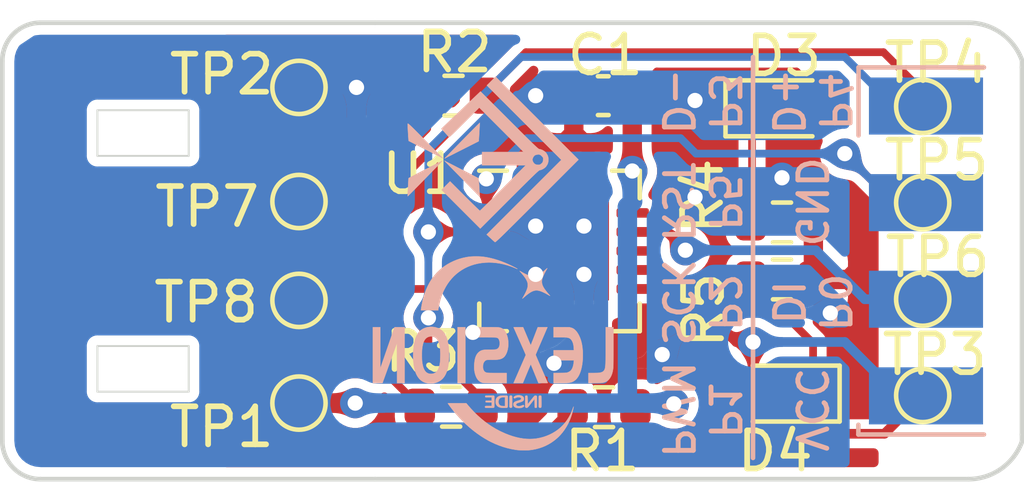
<source format=kicad_pcb>
(kicad_pcb (version 20171130) (host pcbnew "(5.1.9)-1")
  (title_block (title PCB_DigiSpark_MU_M) (rev V1.0) (company LEXSION.COM))
  (layers (0 F.Cu signal) (31 B.Cu signal) (34 B.Paste user) (35 F.Paste user) (36 B.SilkS user) (37 F.SilkS user) (38 B.Mask user) (39 F.Mask user) (44 Edge.Cuts user))
  (net 0 "")
  (net 1 GND)
  (net 2 +5V)
  (net 3 /C_D-)
  (net 4 /C_D+)
  (net 5 "Net-(D3-Pad1)")
  (net 6 /MISO)
  (net 7 "Net-(D4-Pad1)")
  (net 8 /USB_D+)
  (net 9 /MOSI)
  (net 10 /SCK)
  (net 11 /RST)
  (net 12 /USB_D-)
  (net 13 "Net-(TP6-Pad1)")
  (net 14 "Net-(U1-Pad20)")
  (net 15 "Net-(U1-Pad19)")
  (net 16 "Net-(U1-Pad18)")
  (net 17 "Net-(U1-Pad17)")
  (net 18 "Net-(U1-Pad16)")
  (net 19 "Net-(U1-Pad13)")
  (net 20 "Net-(U1-Pad10)")
  (net 21 "Net-(U1-Pad9)")
  (net 22 "Net-(U1-Pad7)")
  (net 23 "Net-(U1-Pad6)")
  (net 24 "Net-(U1-Pad4)")
  (net 25 "Net-(U1-Pad3)")
  (module LOGO:LexsionInside (layer B.Cu) (at 119.2 41.1 180)
    (fp_text reference G*** hide)
    (fp_text value LOGO hide)
  )
  (module LOGO:LOGO (layer B.Cu) (at 119.4 36.1 180)
    (fp_text reference G*** hide)
    (fp_text value LOGO hide)
  )
  (module Lex_Connector_PCBEdge:Lex_Conn_Edge_2.54-4 (layer B.Cu) (at 128.5 38.5)
    (fp_text reference J3 hide)
    (fp_text value Conn_01x04)
    (fp_line (start 4.81 4.826) (end 4.81 -4.826) (layer Edge.Cuts) (width 0.12))
    (pad 4 smd rect (at 2.286 -3.81 90) (size 1.5 3) (layers B.Cu B.Paste B.Mask) (net 12 /USB_D-))
    (pad 3 smd rect (at 2.286 -1.27 90) (size 1.5 3) (layers B.Cu B.Paste B.Mask) (net 11 /RST))
    (pad 2 smd rect (at 2.286 1.27 90) (size 1.5 3) (layers B.Cu B.Paste B.Mask) (net 10 /SCK))
    (pad 1 smd rect (at 2.286 3.81 90) (size 1.5 3) (layers B.Cu B.Paste B.Mask) (net 6 /MISO))
  )
  (module Package_DFN_QFN:QFN-20-1EP_4x4mm_P0.5mm_EP2.6x2.6mm (layer F.Cu) (at 121.15 38.5)
    (fp_text reference U1 (at -3.6496 -2.0256) (layer F.SilkS))
    (fp_text value ATtiny85-20MU)
    (pad 21 smd rect (at 0 0) (size 2.6 2.6) (layers F.Cu F.Mask) (net 1 GND))
    (pad 20 smd roundrect (at -1 -1.925) (size 0.25 0.85) (layers F.Cu F.Paste F.Mask) (net 14 "Net-(U1-Pad20)"))
    (pad 19 smd roundrect (at -0.5 -1.925) (size 0.25 0.85) (layers F.Cu F.Paste F.Mask) (net 15 "Net-(U1-Pad19)"))
    (pad 18 smd roundrect (at 0 -1.925) (size 0.25 0.85) (layers F.Cu F.Paste F.Mask) (net 16 "Net-(U1-Pad18)"))
    (pad 17 smd roundrect (at 0.5 -1.925) (size 0.25 0.85) (layers F.Cu F.Paste F.Mask) (net 17 "Net-(U1-Pad17)"))
    (pad 16 smd roundrect (at 1 -1.925) (size 0.25 0.85) (layers F.Cu F.Paste F.Mask) (net 18 "Net-(U1-Pad16)"))
    (pad 15 smd roundrect (at 1.925 -1) (size 0.85 0.25) (layers F.Cu F.Paste F.Mask) (net 2 +5V))
    (pad 14 smd roundrect (at 1.925 -0.5) (size 0.85 0.25) (layers F.Cu F.Paste F.Mask) (net 10 /SCK))
    (pad 13 smd roundrect (at 1.925 0) (size 0.85 0.25) (layers F.Cu F.Paste F.Mask) (net 19 "Net-(U1-Pad13)"))
    (pad 12 smd roundrect (at 1.925 0.5) (size 0.85 0.25) (layers F.Cu F.Paste F.Mask) (net 6 /MISO))
    (pad 11 smd roundrect (at 1.925 1) (size 0.85 0.25) (layers F.Cu F.Paste F.Mask) (net 9 /MOSI))
    (pad 10 smd roundrect (at 1 1.925) (size 0.25 0.85) (layers F.Cu F.Paste F.Mask) (net 20 "Net-(U1-Pad10)"))
    (pad 9 smd roundrect (at 0.5 1.925) (size 0.25 0.85) (layers F.Cu F.Paste F.Mask) (net 21 "Net-(U1-Pad9)"))
    (pad 8 smd roundrect (at 0 1.925) (size 0.25 0.85) (layers F.Cu F.Paste F.Mask) (net 1 GND))
    (pad 7 smd roundrect (at -0.5 1.925) (size 0.25 0.85) (layers F.Cu F.Paste F.Mask) (net 22 "Net-(U1-Pad7)"))
    (pad 6 smd roundrect (at -1 1.925) (size 0.25 0.85) (layers F.Cu F.Paste F.Mask) (net 23 "Net-(U1-Pad6)"))
    (pad 5 smd roundrect (at -1.925 1) (size 0.85 0.25) (layers F.Cu F.Paste F.Mask) (net 8 /USB_D+))
    (pad 4 smd roundrect (at -1.925 0.5) (size 0.85 0.25) (layers F.Cu F.Paste F.Mask) (net 24 "Net-(U1-Pad4)"))
    (pad 3 smd roundrect (at -1.925 0) (size 0.85 0.25) (layers F.Cu F.Paste F.Mask) (net 25 "Net-(U1-Pad3)"))
    (pad 2 smd roundrect (at -1.925 -0.5) (size 0.85 0.25) (layers F.Cu F.Paste F.Mask) (net 12 /USB_D-))
    (pad 1 smd roundrect (at -1.925 -1) (size 0.85 0.25) (layers F.Cu F.Paste F.Mask) (net 11 /RST))
  )
  (module TestPoint:TestPoint_Pad_D1.0mm (layer F.Cu) (at 114.3 39.8)
    (fp_text reference TP8 (at -2.4384 0.0526) (layer F.SilkS))
    (fp_text value TestPoint_Small)
    (pad 1 smd circle (at 0 0) (size 1 1) (layers F.Cu F.Mask) (net 3 /C_D-))
  )
  (module TestPoint:TestPoint_Pad_D1.0mm (layer F.Cu) (at 114.3 37.2)
    (fp_text reference TP7 (at -2.413 0.138) (layer F.SilkS))
    (fp_text value TestPoint_Small)
    (pad 1 smd circle (at 0 0) (size 1 1) (layers F.Cu F.Mask) (net 4 /C_D+))
  )
  (module TestPoint:TestPoint_Pad_D1.0mm (layer F.Cu) (at 130.7 39.766666)
    (fp_text reference TP6 (at 0.3894 -1.107866) (layer F.SilkS))
    (fp_text value TestPoint_Small)
    (pad 1 smd circle (at 0 0) (size 1 1) (layers F.Cu F.Mask) (net 13 "Net-(TP6-Pad1)"))
  )
  (module TestPoint:TestPoint_Pad_D1.0mm (layer F.Cu) (at 130.7 37.233333)
    (fp_text reference TP5 (at 0.364 -1.114533) (layer F.SilkS))
    (fp_text value TestPoint_Small)
    (pad 1 smd circle (at 0 0) (size 1 1) (layers F.Cu F.Mask) (net 11 /RST))
  )
  (module TestPoint:TestPoint_Pad_D1.0mm (layer F.Cu) (at 130.7 34.7)
    (fp_text reference TP4 (at 0.364 -1.1466) (layer F.SilkS))
    (fp_text value TestPoint_Small)
    (pad 1 smd circle (at 0 0) (size 1 1) (layers F.Cu F.Mask) (net 8 /USB_D+))
  )
  (module TestPoint:TestPoint_Pad_D1.0mm (layer F.Cu) (at 130.7 42.3)
    (fp_text reference TP3 (at 0.3132 -1.0758) (layer F.SilkS) (effects (font (size 1.016 1) (thickness 0.1524))))
    (fp_text value TestPoint_Small)
    (pad 1 smd circle (at 0 0) (size 1 1) (layers F.Cu F.Mask) (net 9 /MOSI))
  )
  (module TestPoint:TestPoint_Pad_D1.0mm (layer F.Cu) (at 114.3 34.2)
    (fp_text reference TP2 (at -2.032 -0.3418) (layer F.SilkS))
    (fp_text value TestPoint_Small)
    (pad 1 smd circle (at 0 0) (size 1 1) (layers F.Cu F.Mask) (net 1 GND))
  )
  (module TestPoint:TestPoint_Pad_D1.0mm (layer F.Cu) (at 114.3 42.5)
    (fp_text reference TP1 (at -2.032 0.6292) (layer F.SilkS))
    (fp_text value TestPoint_Small)
    (pad 1 smd circle (at 0 0) (size 1 1) (layers F.Cu F.Mask) (net 2 +5V))
  )
  (module Resistor_SMD:R_0603_1608Metric (layer F.Cu) (at 127 39.25)
    (fp_text reference R5 (at -2.0574 0.8058 90) (layer F.SilkS))
    (fp_text value 1K)
    (pad 2 smd roundrect (at 0.825 0) (size 0.8 0.95) (layers F.Cu F.Paste F.Mask) (net 1 GND))
    (pad 1 smd roundrect (at -0.825 0) (size 0.8 0.95) (layers F.Cu F.Paste F.Mask) (net 7 "Net-(D4-Pad1)"))
  )
  (module Resistor_SMD:R_0603_1608Metric (layer F.Cu) (at 127 37.75)
    (fp_text reference R4 (at -2.0828 -0.6914 90) (layer F.SilkS))
    (fp_text value 1K)
    (pad 2 smd roundrect (at 0.825 0) (size 0.8 0.95) (layers F.Cu F.Paste F.Mask) (net 1 GND))
    (pad 1 smd roundrect (at -0.825 0) (size 0.8 0.95) (layers F.Cu F.Paste F.Mask) (net 5 "Net-(D3-Pad1)"))
  )
  (module Resistor_SMD:R_0603_1608Metric (layer F.Cu) (at 118.301 42.5958)
    (fp_text reference R3 (at -0.7498 -1.4478) (layer F.SilkS))
    (fp_text value 68R)
    (pad 2 smd roundrect (at 0.825 0) (size 0.8 0.95) (layers F.Cu F.Paste F.Mask) (net 12 /USB_D-))
    (pad 1 smd roundrect (at -0.825 0) (size 0.8 0.95) (layers F.Cu F.Paste F.Mask) (net 3 /C_D-))
  )
  (module Resistor_SMD:R_0603_1608Metric (layer F.Cu) (at 118.364 34.417)
    (fp_text reference R2 (at 0.0254 -1.143) (layer F.SilkS))
    (fp_text value 68R)
    (pad 2 smd roundrect (at 0.825 0) (size 0.8 0.95) (layers F.Cu F.Paste F.Mask) (net 8 /USB_D+))
    (pad 1 smd roundrect (at -0.825 0) (size 0.8 0.95) (layers F.Cu F.Paste F.Mask) (net 4 /C_D+))
  )
  (module Resistor_SMD:R_0603_1608Metric (layer F.Cu) (at 122.321 42.608 180)
    (fp_text reference R1 (at 0.0454 -1.1562) (layer F.SilkS))
    (fp_text value 1K5)
    (pad 2 smd roundrect (at 0.825 0 180) (size 0.8 0.95) (layers F.Cu F.Paste F.Mask) (net 3 /C_D-))
    (pad 1 smd roundrect (at -0.825 0 180) (size 0.8 0.95) (layers F.Cu F.Paste F.Mask) (net 2 +5V))
  )
  (module LED_SMD:LED_0603_1608Metric (layer F.Cu) (at 127.03 42.25 180)
    (fp_text reference D4 (at 0.2078 -1.5142) (layer F.SilkS))
    (fp_text value LED)
    (pad 2 smd roundrect (at 0.7875 0 180) (size 0.875 0.95) (layers F.Cu F.Paste F.Mask) (net 6 /MISO))
    (pad 1 smd roundrect (at -0.7875 0 180) (size 0.875 0.95) (layers F.Cu F.Paste F.Mask) (net 7 "Net-(D4-Pad1)"))
  )
  (module LED_SMD:LED_0603_1608Metric (layer F.Cu) (at 127 34.75)
    (fp_text reference D3 (at 0.0508 -1.3744 180) (layer F.SilkS))
    (fp_text value PWR)
    (pad 2 smd roundrect (at 0.7875 0) (size 0.875 0.95) (layers F.Cu F.Paste F.Mask) (net 2 +5V))
    (pad 1 smd roundrect (at -0.7875 0) (size 0.875 0.95) (layers F.Cu F.Paste F.Mask) (net 5 "Net-(D3-Pad1)"))
  )
  (module Capacitor_SMD:C_0603_1608Metric (layer F.Cu) (at 122.301 34.417 180)
    (fp_text reference C1 (at -0.0508 1.0668) (layer F.SilkS))
    (fp_text value 4.7uf)
    (pad 2 smd roundrect (at 0.775 0 180) (size 0.9 0.95) (layers F.Cu F.Paste F.Mask) (net 1 GND))
    (pad 1 smd roundrect (at -0.775 0 180) (size 0.9 0.95) (layers F.Cu F.Paste F.Mask) (net 2 +5V))
  )
  (gr_line (start 126.238 43.942) (end 126.238 33.401) (layer B.SilkS) (width 0.12))
  (gr_text VCC (at 127.762 42.672 -90) (layer B.SilkS) (effects (font (size 0.762 0.762) (thickness 0.127)) (justify mirror)))
  (gr_text GND (at 127.762 37.211 -90) (layer B.SilkS) (effects (font (size 0.762 0.762) (thickness 0.127)) (justify mirror)))
  (gr_text "P4\nD+" (at 127.762 34.5694 -90) (layer B.SilkS) (effects (font (size 0.762 0.762) (thickness 0.127)) (justify mirror)))
  (gr_text "P0\nDI" (at 127.762 39.8526 -90) (layer B.SilkS) (effects (font (size 0.762 0.762) (thickness 0.127)) (justify mirror)))
  (gr_text "P1\nPWM" (at 124.8664 42.672 -90) (layer B.SilkS) (effects (font (size 0.762 0.762) (thickness 0.127)) (justify mirror)))
  (gr_text "P2\nSCK" (at 124.8664 39.8526 -90) (layer B.SilkS) (effects (font (size 0.762 0.762) (thickness 0.127)) (justify mirror)))
  (gr_text "P5\nRST" (at 124.8664 37.211 -90) (layer B.SilkS) (effects (font (size 0.762 0.762) (thickness 0.127)) (justify mirror)))
  (gr_text "P3\nD-" (at 124.8664 34.5694 -90) (layer B.SilkS) (effects (font (size 0.762 0.762) (thickness 0.127)) (justify mirror)))
  (gr_line (start 109 42.2) (end 109 41) (layer Edge.Cuts) (width 0.05))
  (gr_line (start 111.4 42.2) (end 109 42.2) (layer Edge.Cuts) (width 0.05))
  (gr_line (start 111.4 41) (end 111.4 42.2) (layer Edge.Cuts) (width 0.05))
  (gr_line (start 109 41) (end 111.4 41) (layer Edge.Cuts) (width 0.05))
  (gr_line (start 109 36) (end 109 34.8) (layer Edge.Cuts) (width 0.05))
  (gr_line (start 111.4 36) (end 109 36) (layer Edge.Cuts) (width 0.05))
  (gr_line (start 111.4 34.8) (end 111.4 36) (layer Edge.Cuts) (width 0.05))
  (gr_line (start 109 34.8) (end 111.4 34.8) (layer Edge.Cuts) (width 0.05))
  (gr_arc (start 107.5 43.5) (end 106.5 43.5) (angle -90) (layer Edge.Cuts) (width 0.12192))
  (gr_arc (start 107.5 33.5) (end 107.5 32.5) (angle -90) (layer Edge.Cuts) (width 0.12192))
  (gr_line (start 107.5 44.5) (end 116.3 44.5) (layer Edge.Cuts) (width 0.12192))
  (gr_line (start 106.5 33.5) (end 106.5 43.5) (layer Edge.Cuts) (width 0.12192))
  (gr_line (start 116.3 32.5) (end 107.5 32.5) (layer Edge.Cuts) (width 0.12192))
  (gr_line (start 133.31 43.326) (end 133.312613 43.504505) (layer Edge.Cuts) (width 0.12192))
  (gr_line (start 133.31 33.674) (end 133.312613 33.495495) (layer Edge.Cuts) (width 0.12192))
  (gr_arc (start 131.9 34) (end 131.9 32.5) (angle 70.3) (layer Edge.Cuts) (width 0.12192))
  (gr_arc (start 131.9 43) (end 131.9 44.5) (angle -70.3) (layer Edge.Cuts) (width 0.12192))
  (gr_line (start 116.3 44.5) (end 131.9 44.5) (layer Edge.Cuts) (width 0.12192))
  (gr_line (start 116.3 32.5) (end 131.9 32.5) (layer Edge.Cuts) (width 0.12192))
  (segment (start 107.442 34.29) (end 107.442 42.672) (width 0.508) (layer F.Cu) (net 0))
  (via (at 121.793 39.116) (size 0.8) (drill 0.4) (layers F.Cu B.Cu) (net 1))
  (via (at 120.523 39.116) (size 0.8) (drill 0.4) (layers F.Cu B.Cu) (net 1))
  (via (at 121.793 37.846) (size 0.8) (drill 0.4) (layers F.Cu B.Cu) (net 1))
  (via (at 120.523 37.846) (size 0.8) (drill 0.4) (layers F.Cu B.Cu) (net 1))
  (segment (start 121.15 40.425) (end 121.15 38.5) (width 0.1524) (layer F.Cu) (net 1))
  (segment (start 127.825 37.75) (end 127.825 39.25) (width 0.254) (layer F.Cu) (net 1))
  (segment (start 127.825 39.25) (end 127.825 39.56) (width 0.254) (layer F.Cu) (net 1))
  (segment (start 127.825 39.25) (end 127.825 39.687) (width 0.254) (layer F.Cu) (net 1))
  (segment (start 127.825 39.687) (end 128.27 40.132) (width 0.254) (layer F.Cu) (net 1))
  (segment (start 128.27 40.132) (end 128.27 40.132) (width 0.254) (layer F.Cu) (net 1))
  (via (at 128.27 40.132) (size 0.8) (drill 0.4) (layers F.Cu B.Cu) (net 1))
  (segment (start 121.526 34.417) (end 120.523 34.417) (width 0.508) (layer F.Cu) (net 1))
  (segment (start 120.523 34.417) (end 120.523 34.417) (width 0.508) (layer F.Cu) (net 1))
  (via (at 120.523 34.417) (size 0.8) (drill 0.4) (layers F.Cu B.Cu) (net 1))
  (segment (start 114.3 34.2) (end 115.8124 34.2) (width 0.508) (layer F.Cu) (net 1))
  (segment (start 115.8124 34.2) (end 115.8124 34.2) (width 0.508) (layer F.Cu) (net 1))
  (via (at 115.8124 34.2) (size 0.8) (drill 0.4) (layers F.Cu B.Cu) (net 1))
  (segment (start 115.8124 34.2) (end 115.8124 39.8918) (width 0.508) (layer B.Cu) (net 1))
  (segment (start 115.8124 39.8918) (end 117.3734 41.4528) (width 0.508) (layer B.Cu) (net 1))
  (segment (start 117.3734 41.4528) (end 121.0056 41.4528) (width 0.508) (layer B.Cu) (net 1))
  (segment (start 121.793 40.6654) (end 121.793 39.116) (width 0.508) (layer B.Cu) (net 1))
  (segment (start 121.0056 41.4528) (end 121.793 40.6654) (width 0.508) (layer B.Cu) (net 1))
  (segment (start 121.0056 41.4528) (end 121.0056 41.4528) (width 0.508) (layer B.Cu) (net 1))
  (via (at 121.0056 41.4528) (size 0.8) (drill 0.4) (layers F.Cu B.Cu) (net 1))
  (segment (start 121.0056 41.4528) (end 123.6218 41.4528) (width 0.254) (layer F.Cu) (net 1))
  (segment (start 123.6218 41.4528) (end 123.8504 41.2242) (width 0.254) (layer F.Cu) (net 1))
  (segment (start 123.8504 41.2242) (end 123.8504 41.2242) (width 0.254) (layer F.Cu) (net 1))
  (via (at 123.8504 41.2242) (size 0.8) (drill 0.4) (layers F.Cu B.Cu) (net 1))
  (segment (start 124.9426 40.132) (end 128.27 40.132) (width 0.254) (layer B.Cu) (net 1))
  (segment (start 123.8504 41.2242) (end 124.9426 40.132) (width 0.254) (layer B.Cu) (net 1))
  (segment (start 120.523 34.417) (end 120.0404 34.417) (width 0.254) (layer B.Cu) (net 1))
  (segment (start 118.497999 35.959401) (end 118.497999 37.522799) (width 0.254) (layer B.Cu) (net 1))
  (segment (start 120.0404 34.417) (end 118.497999 35.959401) (width 0.254) (layer B.Cu) (net 1))
  (segment (start 118.8212 37.846) (end 120.523 37.846) (width 0.254) (layer B.Cu) (net 1))
  (segment (start 118.497999 37.522799) (end 118.8212 37.846) (width 0.254) (layer B.Cu) (net 1))
  (via (at 127 36.576) (size 0.8) (drill 0.4) (layers F.Cu B.Cu) (net 1))
  (via (at 124.714 37.084) (size 0.8) (drill 0.4) (layers F.Cu B.Cu) (net 1))
  (via (at 124.714 34.544) (size 0.8) (drill 0.4) (layers F.Cu B.Cu) (net 1))
  (via (at 118.872 40.64) (size 0.8) (drill 0.4) (layers F.Cu B.Cu) (net 1))
  (via (at 124.1552 42.5196) (size 0.8) (drill 0.4) (layers F.Cu B.Cu) (net 2))
  (segment (start 114.3 42.5) (end 115.779 42.5) (width 0.508) (layer F.Cu) (net 2))
  (segment (start 115.779 42.5) (end 115.779 42.5) (width 0.508) (layer F.Cu) (net 2))
  (via (at 115.779 42.5) (size 0.8) (drill 0.4) (layers F.Cu B.Cu) (net 2))
  (segment (start 127.7875 34.75) (end 127.7875 34.1885) (width 0.2032) (layer F.Cu) (net 2))
  (segment (start 127.7875 34.1885) (end 127.381 33.782) (width 0.2032) (layer F.Cu) (net 2))
  (segment (start 123.711 33.782) (end 123.076 34.417) (width 0.2032) (layer F.Cu) (net 2))
  (segment (start 127.381 33.782) (end 123.711 33.782) (width 0.2032) (layer F.Cu) (net 2))
  (segment (start 123.075 34.418) (end 123.076 34.417) (width 0.508) (layer F.Cu) (net 2))
  (via (at 123.063 36.3982) (size 0.8) (drill 0.4) (layers F.Cu B.Cu) (net 2))
  (segment (start 122.936 37.338) (end 123.075 37.199) (width 0.508) (layer B.Cu) (net 2))
  (segment (start 123.075 36.4102) (end 123.063 36.3982) (width 0.254) (layer F.Cu) (net 2))
  (segment (start 123.075 37.5) (end 123.075 36.4102) (width 0.254) (layer F.Cu) (net 2))
  (segment (start 123.063 34.43) (end 123.076 34.417) (width 0.508) (layer F.Cu) (net 2))
  (segment (start 123.063 36.3982) (end 123.063 34.43) (width 0.508) (layer F.Cu) (net 2))
  (segment (start 123.063 37.211) (end 122.936 37.338) (width 0.508) (layer B.Cu) (net 2))
  (segment (start 123.063 36.3982) (end 123.063 37.211) (width 0.508) (layer B.Cu) (net 2))
  (segment (start 124.1356 42.5) (end 124.1552 42.5196) (width 0.508) (layer B.Cu) (net 2))
  (segment (start 122.936 42.3672) (end 122.8032 42.5) (width 0.508) (layer B.Cu) (net 2))
  (segment (start 122.936 37.338) (end 122.936 42.3672) (width 0.508) (layer B.Cu) (net 2))
  (segment (start 122.8032 42.5) (end 124.1356 42.5) (width 0.508) (layer B.Cu) (net 2))
  (segment (start 115.779 42.5) (end 122.8032 42.5) (width 0.508) (layer B.Cu) (net 2))
  (segment (start 123.2344 42.5196) (end 123.146 42.608) (width 0.2032) (layer F.Cu) (net 2))
  (segment (start 124.1552 42.5196) (end 123.2344 42.5196) (width 0.2032) (layer F.Cu) (net 2))
  (segment (start 114.6802 39.8) (end 117.476 42.5958) (width 0.2032) (layer F.Cu) (net 3))
  (segment (start 114.3 39.8) (end 114.6802 39.8) (width 0.2032) (layer F.Cu) (net 3))
  (segment (start 117.476 42.5958) (end 117.476 42.927) (width 0.2032) (layer F.Cu) (net 3))
  (segment (start 117.476 42.927) (end 118.11 43.561) (width 0.2032) (layer F.Cu) (net 3))
  (segment (start 120.543 43.561) (end 121.496 42.608) (width 0.2032) (layer F.Cu) (net 3))
  (segment (start 118.11 43.561) (end 120.543 43.561) (width 0.2032) (layer F.Cu) (net 3))
  (segment (start 117.083 34.417) (end 117.539 34.417) (width 0.2032) (layer F.Cu) (net 4))
  (segment (start 114.3 37.2) (end 117.083 34.417) (width 0.2032) (layer F.Cu) (net 4))
  (segment (start 126.2125 37.7125) (end 126.175 37.75) (width 0.2032) (layer F.Cu) (net 5))
  (segment (start 126.2125 34.75) (end 126.2125 37.7125) (width 0.2032) (layer F.Cu) (net 5))
  (via (at 126.238 40.894) (size 0.8) (drill 0.4) (layers F.Cu B.Cu) (net 6))
  (segment (start 126.238 42.2455) (end 126.2425 42.25) (width 0.254) (layer F.Cu) (net 6))
  (segment (start 126.238 40.894) (end 126.238 42.2455) (width 0.254) (layer F.Cu) (net 6))
  (segment (start 126.238 40.894) (end 128.651 40.894) (width 0.254) (layer B.Cu) (net 6))
  (segment (start 130.067 42.31) (end 130.786 42.31) (width 0.254) (layer B.Cu) (net 6))
  (segment (start 128.651 40.894) (end 130.067 42.31) (width 0.254) (layer B.Cu) (net 6))
  (segment (start 125.797038 40.894) (end 126.238 40.894) (width 0.254) (layer F.Cu) (net 6))
  (segment (start 123.903038 39) (end 125.797038 40.894) (width 0.254) (layer F.Cu) (net 6))
  (segment (start 123.075 39) (end 123.903038 39) (width 0.254) (layer F.Cu) (net 6))
  (segment (start 126.175 39.28463) (end 126.175 39.25) (width 0.2032) (layer F.Cu) (net 7))
  (segment (start 127.8175 40.92713) (end 126.175 39.28463) (width 0.2032) (layer F.Cu) (net 7))
  (segment (start 127.8175 42.25) (end 127.8175 40.92713) (width 0.2032) (layer F.Cu) (net 7))
  (segment (start 116.713 36.893) (end 119.189 34.417) (width 0.2032) (layer F.Cu) (net 8))
  (segment (start 116.713 39.116) (end 116.713 36.893) (width 0.2032) (layer F.Cu) (net 8))
  (segment (start 117.097 39.5) (end 116.713 39.116) (width 0.2032) (layer F.Cu) (net 8))
  (segment (start 119.225 39.5) (end 117.097 39.5) (width 0.2032) (layer F.Cu) (net 8))
  (segment (start 119.189 34.417) (end 119.189 34.354) (width 0.2032) (layer F.Cu) (net 8))
  (segment (start 119.189 34.354) (end 120.269 33.274) (width 0.2032) (layer F.Cu) (net 8))
  (segment (start 120.269 33.274) (end 129.667 33.274) (width 0.2032) (layer F.Cu) (net 8))
  (segment (start 130.7 34.307) (end 130.7 34.7) (width 0.2032) (layer F.Cu) (net 8))
  (segment (start 129.667 33.274) (end 130.7 34.307) (width 0.2032) (layer F.Cu) (net 8))
  (segment (start 129.693 43.307) (end 130.7 42.3) (width 0.254) (layer F.Cu) (net 9))
  (segment (start 123.075 39.5) (end 123.7264 39.5) (width 0.254) (layer F.Cu) (net 9))
  (segment (start 123.7264 39.5) (end 125.0188 40.7924) (width 0.254) (layer F.Cu) (net 9))
  (segment (start 125.0188 40.7924) (end 125.0188 42.7228) (width 0.254) (layer F.Cu) (net 9))
  (segment (start 125.603 43.307) (end 129.693 43.307) (width 0.254) (layer F.Cu) (net 9))
  (segment (start 125.0188 42.7228) (end 125.603 43.307) (width 0.254) (layer F.Cu) (net 9))
  (segment (start 123.075 38) (end 123.852 38) (width 0.254) (layer F.Cu) (net 10))
  (segment (start 123.852 38) (end 123.979 38) (width 0.254) (layer F.Cu) (net 10))
  (segment (start 123.979 38) (end 124.46 38.481) (width 0.254) (layer F.Cu) (net 10))
  (segment (start 124.46 38.481) (end 124.46 38.481) (width 0.254) (layer F.Cu) (net 10))
  (via (at 124.46 38.481) (size 0.8) (drill 0.4) (layers F.Cu B.Cu) (net 10))
  (segment (start 124.46 38.481) (end 127.889 38.481) (width 0.254) (layer B.Cu) (net 10))
  (segment (start 129.178 39.77) (end 130.786 39.77) (width 0.254) (layer B.Cu) (net 10))
  (segment (start 127.889 38.481) (end 129.178 39.77) (width 0.254) (layer B.Cu) (net 10))
  (segment (start 119.225 37.5) (end 119.225 36.604) (width 0.2032) (layer F.Cu) (net 11))
  (segment (start 119.225 36.604) (end 119.225 36.604) (width 0.2032) (layer F.Cu) (net 11))
  (via (at 119.225 36.604) (size 0.8) (drill 0.4) (layers F.Cu B.Cu) (net 11))
  (segment (start 119.225 36.604) (end 120.2944 35.5346) (width 0.2032) (layer B.Cu) (net 11))
  (segment (start 120.2944 35.5346) (end 124.333 35.5346) (width 0.2032) (layer B.Cu) (net 11))
  (segment (start 124.333 35.5346) (end 124.7394 35.941) (width 0.2032) (layer B.Cu) (net 11))
  (segment (start 124.7394 35.941) (end 128.651 35.941) (width 0.2032) (layer B.Cu) (net 11))
  (segment (start 129.94 37.23) (end 130.786 37.23) (width 0.2032) (layer B.Cu) (net 11))
  (segment (start 128.651 35.941) (end 128.651 35.941) (width 0.2032) (layer B.Cu) (net 11))
  (segment (start 128.651 35.941) (end 129.94 37.23) (width 0.2032) (layer B.Cu) (net 11))
  (via (at 128.651 35.941) (size 0.8) (drill 0.4) (layers F.Cu B.Cu) (net 11))
  (segment (start 128.651 35.941) (end 129.8702 37.1602) (width 0.2032) (layer F.Cu) (net 11))
  (segment (start 130.626867 37.1602) (end 130.7 37.233333) (width 0.2032) (layer F.Cu) (net 11))
  (segment (start 129.8702 37.1602) (end 130.626867 37.1602) (width 0.2032) (layer F.Cu) (net 11))
  (via (at 117.702 38) (size 0.8) (drill 0.4) (layers F.Cu B.Cu) (net 12))
  (via (at 117.7036 40.259) (size 0.8) (drill 0.4) (layers F.Cu B.Cu) (net 12))
  (segment (start 117.702 38) (end 117.629 38) (width 0.2032) (layer F.Cu) (net 12))
  (segment (start 119.225 38) (end 117.702 38) (width 0.2032) (layer F.Cu) (net 12))
  (segment (start 119.126 42.5958) (end 119.126 42.418) (width 0.2032) (layer F.Cu) (net 12))
  (segment (start 117.7036 40.9956) (end 117.7036 40.259) (width 0.2032) (layer F.Cu) (net 12))
  (segment (start 119.126 42.418) (end 117.7036 40.9956) (width 0.2032) (layer F.Cu) (net 12))
  (segment (start 117.702 40.2574) (end 117.7036 40.259) (width 0.2032) (layer B.Cu) (net 12))
  (segment (start 117.702 38) (end 117.702 40.2574) (width 0.2032) (layer B.Cu) (net 12))
  (segment (start 130.029 34.69) (end 130.786 34.69) (width 0.2032) (layer B.Cu) (net 12))
  (segment (start 129.94 34.69) (end 130.786 34.69) (width 0.2032) (layer B.Cu) (net 12))
  (segment (start 128.651 33.401) (end 129.94 34.69) (width 0.2032) (layer B.Cu) (net 12))
  (segment (start 117.702 35.841) (end 120.142 33.401) (width 0.2032) (layer B.Cu) (net 12))
  (segment (start 120.142 33.401) (end 128.651 33.401) (width 0.2032) (layer B.Cu) (net 12))
  (segment (start 117.702 38) (end 117.702 35.841) (width 0.2032) (layer B.Cu) (net 12))
  (zone (net 1) (net_name GND) (layer F.Cu) (priority 16962) (connect_pads yes (clearance 0.2)) (min_thickness 0.0254) (fill yes (arc_segments 32) (thermal_gap 0.508) (thermal_bridge_width 0.508))
    (polygon (pts (xy 127.698 39.516326) (xy 127.702816 39.603868) (xy 127.715888 39.676903) (xy 127.735152 39.738708) (xy 127.758544 39.792556) (xy 127.784 39.841725) (xy 127.809456 39.889488) (xy 127.832848 39.939122) (xy 127.852112 39.993901) (xy 127.865184 40.057102) (xy 127.870001 40.132) (xy 128.411421 40.273421) (xy 128.40127 39.754154) (xy 128.338896 39.737058) (xy 128.275859 39.726483) (xy 128.213861 39.719426) (xy 128.154604 39.712884) (xy 128.099792 39.703856) (xy 128.051128 39.689339) (xy 128.010313 39.66633) (xy 127.979052 39.631826) (xy 127.959046 39.582825) (xy 127.952 39.516326)))
  )
  (zone (net 1) (net_name GND) (layer F.Cu) (priority 16962) (connect_pads yes (clearance 0.2)) (min_thickness 0.0254) (fill yes (arc_segments 32) (thermal_gap 0.508) (thermal_bridge_width 0.508))
    (polygon (pts (xy 121.313 34.163) (xy 121.225371 34.1627) (xy 121.148623 34.161465) (xy 121.080848 34.158786) (xy 121.020137 34.154156) (xy 120.964582 34.147068) (xy 120.912275 34.137014) (xy 120.861307 34.123488) (xy 120.80977 34.105981) (xy 120.755755 34.083988) (xy 120.697355 34.057) (xy 120.323 34.417) (xy 120.697355 34.777) (xy 120.755755 34.750011) (xy 120.80977 34.728018) (xy 120.861307 34.710511) (xy 120.912275 34.696985) (xy 120.964582 34.686931) (xy 121.020137 34.679843) (xy 121.080848 34.675213) (xy 121.148623 34.672534) (xy 121.225371 34.671299) (xy 121.313 34.671)))
  )
  (zone (net 1) (net_name GND) (layer F.Cu) (priority 16962) (connect_pads yes (clearance 0.2)) (min_thickness 0.0254) (fill yes (arc_segments 32) (thermal_gap 0.508) (thermal_bridge_width 0.508))
    (polygon (pts (xy 115.0224 34.454) (xy 115.110028 34.454299) (xy 115.186776 34.455534) (xy 115.254551 34.458213) (xy 115.315262 34.462843) (xy 115.370817 34.469931) (xy 115.423124 34.479985) (xy 115.474092 34.493511) (xy 115.525629 34.511018) (xy 115.579644 34.533011) (xy 115.638045 34.56) (xy 116.0124 34.2) (xy 115.638045 33.84) (xy 115.579644 33.866988) (xy 115.525629 33.888981) (xy 115.474092 33.906488) (xy 115.423124 33.920014) (xy 115.370817 33.930068) (xy 115.315262 33.937156) (xy 115.254551 33.941786) (xy 115.186776 33.944465) (xy 115.110028 33.9457) (xy 115.0224 33.946)))
  )
  (zone (net 1) (net_name GND) (layer B.Cu) (priority 16962) (connect_pads yes (clearance 0.2)) (min_thickness 0.0254) (fill yes (arc_segments 32) (thermal_gap 0.508) (thermal_bridge_width 0.508))
    (polygon (pts (xy 116.0664 34.99) (xy 116.066699 34.902371) (xy 116.067934 34.825623) (xy 116.070613 34.757848) (xy 116.075243 34.697137) (xy 116.082331 34.641582) (xy 116.092385 34.589275) (xy 116.105911 34.538307) (xy 116.123418 34.48677) (xy 116.145411 34.432755) (xy 116.1724 34.374355) (xy 115.8124 34) (xy 115.4524 34.374355) (xy 115.479388 34.432755) (xy 115.501381 34.48677) (xy 115.518888 34.538307) (xy 115.532414 34.589275) (xy 115.542468 34.641582) (xy 115.549556 34.697137) (xy 115.554186 34.757848) (xy 115.556865 34.825623) (xy 115.5581 34.902371) (xy 115.5584 34.99)))
  )
  (zone (net 1) (net_name GND) (layer B.Cu) (priority 16962) (connect_pads yes (clearance 0.2)) (min_thickness 0.0254) (fill yes (arc_segments 32) (thermal_gap 0.508) (thermal_bridge_width 0.508))
    (polygon (pts (xy 120.2156 41.7068) (xy 120.303228 41.707099) (xy 120.379976 41.708334) (xy 120.447751 41.711013) (xy 120.508462 41.715643) (xy 120.564017 41.722731) (xy 120.616324 41.732785) (xy 120.667292 41.746311) (xy 120.718829 41.763818) (xy 120.772844 41.785811) (xy 120.831245 41.8128) (xy 121.2056 41.4528) (xy 120.831245 41.0928) (xy 120.772844 41.119788) (xy 120.718829 41.141781) (xy 120.667292 41.159288) (xy 120.616324 41.172814) (xy 120.564017 41.182868) (xy 120.508462 41.189956) (xy 120.447751 41.194586) (xy 120.379976 41.197265) (xy 120.303228 41.1985) (xy 120.2156 41.1988)))
  )
  (zone (net 1) (net_name GND) (layer B.Cu) (priority 16962) (connect_pads yes (clearance 0.2)) (min_thickness 0.0254) (fill yes (arc_segments 32) (thermal_gap 0.508) (thermal_bridge_width 0.508))
    (polygon (pts (xy 122.047 39.906) (xy 122.047299 39.818371) (xy 122.048534 39.741623) (xy 122.051213 39.673848) (xy 122.055843 39.613137) (xy 122.062931 39.557582) (xy 122.072985 39.505275) (xy 122.086511 39.454307) (xy 122.104018 39.40277) (xy 122.126011 39.348755) (xy 122.153 39.290355) (xy 121.793 38.916) (xy 121.433 39.290355) (xy 121.459988 39.348755) (xy 121.481981 39.40277) (xy 121.499488 39.454307) (xy 121.513014 39.505275) (xy 121.523068 39.557582) (xy 121.530156 39.613137) (xy 121.534786 39.673848) (xy 121.537465 39.741623) (xy 121.5387 39.818371) (xy 121.539 39.906)))
  )
  (zone (net 1) (net_name GND) (layer B.Cu) (priority 16962) (connect_pads yes (clearance 0.2)) (min_thickness 0.0254) (fill yes (arc_segments 32) (thermal_gap 0.508) (thermal_bridge_width 0.508))
    (polygon (pts (xy 121.384608 40.714582) (xy 121.322433 40.776333) (xy 121.267291 40.829728) (xy 121.217473 40.875758) (xy 121.17127 40.915413) (xy 121.126975 40.949684) (xy 121.082879 40.979561) (xy 121.037275 41.006037) (xy 120.988454 41.0301) (xy 120.934708 41.052742) (xy 120.87433 41.074954) (xy 120.864179 41.594221) (xy 121.383446 41.58407) (xy 121.405657 41.523691) (xy 121.428299 41.469945) (xy 121.452362 41.421124) (xy 121.478838 41.37552) (xy 121.508715 41.331424) (xy 121.542986 41.287129) (xy 121.582641 41.240926) (xy 121.628671 41.191108) (xy 121.682066 41.135966) (xy 121.743818 41.073792)))
  )
  (zone (net 1) (net_name GND) (layer F.Cu) (priority 16962) (connect_pads yes (clearance 0.2)) (min_thickness 0.0254) (fill yes (arc_segments 32) (thermal_gap 0.508) (thermal_bridge_width 0.508))
    (polygon (pts (xy 121.7956 41.3258) (xy 121.705209 41.322581) (xy 121.629457 41.313322) (xy 121.565256 41.298613) (xy 121.509519 41.279047) (xy 121.459159 41.255216) (xy 121.411088 41.227711) (xy 121.36222 41.197125) (xy 121.309466 41.16405) (xy 121.24974 41.129077) (xy 121.179955 41.0928) (xy 120.8056 41.4528) (xy 121.179955 41.8128) (xy 121.24974 41.776522) (xy 121.309466 41.741549) (xy 121.36222 41.708474) (xy 121.411088 41.677888) (xy 121.459159 41.650383) (xy 121.509519 41.626552) (xy 121.565256 41.606986) (xy 121.629457 41.592277) (xy 121.705209 41.583018) (xy 121.7956 41.5798)))
  )
  (zone (net 1) (net_name GND) (layer F.Cu) (priority 16962) (connect_pads yes (clearance 0.2)) (min_thickness 0.0254) (fill yes (arc_segments 32) (thermal_gap 0.508) (thermal_bridge_width 0.508))
    (polygon (pts (xy 123.1218 41.5798) (xy 123.222479 41.581043) (xy 123.307821 41.584417) (xy 123.381258 41.58939) (xy 123.446224 41.595428) (xy 123.506153 41.602) (xy 123.564478 41.608571) (xy 123.624631 41.614609) (xy 123.690047 41.619582) (xy 123.764159 41.622956) (xy 123.8504 41.6242) (xy 124.014579 41.109985) (xy 123.501684 41.028249) (xy 123.473048 41.080203) (xy 123.446601 41.128129) (xy 123.420743 41.171688) (xy 123.393872 41.210539) (xy 123.36439 41.244344) (xy 123.330696 41.272763) (xy 123.29119 41.295458) (xy 123.244272 41.312088) (xy 123.188342 41.322315) (xy 123.1218 41.3258)))
  )
  (zone (net 1) (net_name GND) (layer B.Cu) (priority 16962) (connect_pads yes (clearance 0.2)) (min_thickness 0.0254) (fill yes (arc_segments 32) (thermal_gap 0.508) (thermal_bridge_width 0.508))
    (polygon (pts (xy 127.48 40.259) (xy 127.57039 40.262218) (xy 127.646142 40.271477) (xy 127.710343 40.286186) (xy 127.76608 40.305752) (xy 127.81644 40.329583) (xy 127.864511 40.357088) (xy 127.913379 40.387674) (xy 127.966133 40.420749) (xy 128.025859 40.455722) (xy 128.095645 40.492) (xy 128.47 40.132) (xy 128.095645 39.772) (xy 128.025859 39.808277) (xy 127.966133 39.84325) (xy 127.913379 39.876325) (xy 127.864511 39.906911) (xy 127.81644 39.934416) (xy 127.76608 39.958247) (xy 127.710343 39.977813) (xy 127.646142 39.992522) (xy 127.57039 40.001781) (xy 127.48 40.005)))
  )
  (zone (net 1) (net_name GND) (layer B.Cu) (priority 16962) (connect_pads yes (clearance 0.2)) (min_thickness 0.0254) (fill yes (arc_segments 32) (thermal_gap 0.508) (thermal_bridge_width 0.508))
    (polygon (pts (xy 124.319211 40.575784) (xy 124.253019 40.637424) (xy 124.192907 40.684441) (xy 124.13711 40.719437) (xy 124.083863 40.745014) (xy 124.031402 40.763772) (xy 123.977962 40.778315) (xy 123.921779 40.791242) (xy 123.861089 40.805157) (xy 123.794128 40.82266) (xy 123.71913 40.846354) (xy 123.708979 41.365621) (xy 124.228246 41.35547) (xy 124.251939 41.280471) (xy 124.269442 41.21351) (xy 124.283357 41.15282) (xy 124.296284 41.096637) (xy 124.310827 41.043197) (xy 124.329585 40.990736) (xy 124.355162 40.937489) (xy 124.390158 40.881692) (xy 124.437175 40.82158) (xy 124.498816 40.755389)))
  )
  (zone (net 1) (net_name GND) (layer B.Cu) (priority 16962) (connect_pads yes (clearance 0.2)) (min_thickness 0.0254) (fill yes (arc_segments 32) (thermal_gap 0.508) (thermal_bridge_width 0.508))
    (polygon (pts (xy 119.733 37.973) (xy 119.82339 37.976218) (xy 119.899142 37.985477) (xy 119.963343 38.000186) (xy 120.01908 38.019752) (xy 120.06944 38.043583) (xy 120.117511 38.071088) (xy 120.166379 38.101674) (xy 120.219133 38.134749) (xy 120.278859 38.169722) (xy 120.348645 38.206) (xy 120.723 37.846) (xy 120.348645 37.486) (xy 120.278859 37.522277) (xy 120.219133 37.55725) (xy 120.166379 37.590325) (xy 120.117511 37.620911) (xy 120.06944 37.648416) (xy 120.01908 37.672247) (xy 119.963343 37.691813) (xy 119.899142 37.706522) (xy 119.82339 37.715781) (xy 119.733 37.719)))
  )
  (zone (net 2) (net_name +5V) (layer F.Cu) (priority 16962) (connect_pads yes (clearance 0.2)) (min_thickness 0.0254) (fill yes (arc_segments 32) (thermal_gap 0.508) (thermal_bridge_width 0.508))
    (polygon (pts (xy 114.989 42.754) (xy 115.076628 42.754299) (xy 115.153376 42.755534) (xy 115.221151 42.758213) (xy 115.281862 42.762843) (xy 115.337417 42.769931) (xy 115.389724 42.779985) (xy 115.440692 42.793511) (xy 115.492229 42.811018) (xy 115.546244 42.833011) (xy 115.604645 42.86) (xy 115.979 42.5) (xy 115.604645 42.14) (xy 115.546244 42.166988) (xy 115.492229 42.188981) (xy 115.440692 42.206488) (xy 115.389724 42.220014) (xy 115.337417 42.230068) (xy 115.281862 42.237156) (xy 115.221151 42.241786) (xy 115.153376 42.244465) (xy 115.076628 42.2457) (xy 114.989 42.246)))
  )
  (zone (net 2) (net_name +5V) (layer F.Cu) (priority 16962) (connect_pads yes (clearance 0.2)) (min_thickness 0.0254) (fill yes (arc_segments 32) (thermal_gap 0.508) (thermal_bridge_width 0.508))
    (polygon (pts (xy 123.202 37.2002) (xy 123.205138 37.107153) (xy 123.214164 37.02908) (xy 123.228491 36.9628) (xy 123.247534 36.90513) (xy 123.270708 36.852888) (xy 123.297427 36.802893) (xy 123.327105 36.751962) (xy 123.359157 36.696913) (xy 123.392998 36.634565) (xy 123.428042 36.561736) (xy 123.057033 36.19829) (xy 122.708363 36.583219) (xy 122.74682 36.652411) (xy 122.783453 36.711775) (xy 122.81774 36.764374) (xy 122.849155 36.813266) (xy 122.877174 36.861513) (xy 122.901274 36.912176) (xy 122.92093 36.968315) (xy 122.935619 37.032992) (xy 122.944817 37.109266) (xy 122.948 37.2002)))
  )
  (zone (net 2) (net_name +5V) (layer F.Cu) (priority 16962) (connect_pads yes (clearance 0.2)) (min_thickness 0.0254) (fill yes (arc_segments 32) (thermal_gap 0.508) (thermal_bridge_width 0.508))
    (polygon (pts (xy 122.809 35.6082) (xy 122.8087 35.695828) (xy 122.807465 35.772576) (xy 122.804786 35.840351) (xy 122.800156 35.901062) (xy 122.793068 35.956617) (xy 122.783014 36.008924) (xy 122.769488 36.059892) (xy 122.751981 36.111429) (xy 122.729988 36.165444) (xy 122.703 36.223845) (xy 123.063 36.5982) (xy 123.423 36.223845) (xy 123.396011 36.165444) (xy 123.374018 36.111429) (xy 123.356511 36.059892) (xy 123.342985 36.008924) (xy 123.332931 35.956617) (xy 123.325843 35.901062) (xy 123.321213 35.840351) (xy 123.318534 35.772576) (xy 123.317299 35.695828) (xy 123.317 35.6082)))
  )
  (zone (net 2) (net_name +5V) (layer B.Cu) (priority 16962) (connect_pads yes (clearance 0.2)) (min_thickness 0.0254) (fill yes (arc_segments 32) (thermal_gap 0.508) (thermal_bridge_width 0.508))
    (polygon (pts (xy 123.317 37.1882) (xy 123.317299 37.100571) (xy 123.318534 37.023823) (xy 123.321213 36.956048) (xy 123.325843 36.895337) (xy 123.332931 36.839782) (xy 123.342985 36.787475) (xy 123.356511 36.736507) (xy 123.374018 36.68497) (xy 123.396011 36.630955) (xy 123.423 36.572555) (xy 123.063 36.1982) (xy 122.703 36.572555) (xy 122.729988 36.630955) (xy 122.751981 36.68497) (xy 122.769488 36.736507) (xy 122.783014 36.787475) (xy 122.793068 36.839782) (xy 122.800156 36.895337) (xy 122.804786 36.956048) (xy 122.807465 37.023823) (xy 122.8087 37.100571) (xy 122.809 37.1882)))
  )
  (zone (net 2) (net_name +5V) (layer B.Cu) (priority 16962) (connect_pads yes (clearance 0.2)) (min_thickness 0.0254) (fill yes (arc_segments 32) (thermal_gap 0.508) (thermal_bridge_width 0.508))
    (polygon (pts (xy 123.3556 42.754) (xy 123.442492 42.754357) (xy 123.518715 42.755787) (xy 123.586093 42.758832) (xy 123.646451 42.764028) (xy 123.701616 42.771917) (xy 123.753413 42.783038) (xy 123.803666 42.79793) (xy 123.8542 42.817132) (xy 123.906842 42.841184) (xy 123.963417 42.870626) (xy 124.354959 42.529398) (xy 123.99869 42.151491) (xy 123.936692 42.176572) (xy 123.879624 42.196772) (xy 123.825446 42.21262) (xy 123.772115 42.224642) (xy 123.717589 42.233367) (xy 123.659829 42.239322) (xy 123.596791 42.243035) (xy 123.526434 42.245034) (xy 123.446718 42.245846) (xy 123.3556 42.246)))
  )
  (zone (net 2) (net_name +5V) (layer B.Cu) (priority 16962) (connect_pads yes (clearance 0.2)) (min_thickness 0.0254) (fill yes (arc_segments 32) (thermal_gap 0.508) (thermal_bridge_width 0.508))
    (polygon (pts (xy 116.569 42.246) (xy 116.481371 42.2457) (xy 116.404623 42.244465) (xy 116.336848 42.241786) (xy 116.276137 42.237156) (xy 116.220582 42.230068) (xy 116.168275 42.220014) (xy 116.117307 42.206488) (xy 116.06577 42.188981) (xy 116.011755 42.166988) (xy 115.953355 42.14) (xy 115.579 42.5) (xy 115.953355 42.86) (xy 116.011755 42.833011) (xy 116.06577 42.811018) (xy 116.117307 42.793511) (xy 116.168275 42.779985) (xy 116.220582 42.769931) (xy 116.276137 42.762843) (xy 116.336848 42.758213) (xy 116.404623 42.755534) (xy 116.481371 42.754299) (xy 116.569 42.754)))
  )
  (zone (net 2) (net_name +5V) (layer F.Cu) (priority 16962) (connect_pads yes (clearance 0.2)) (min_thickness 0.0254) (fill yes (arc_segments 32) (thermal_gap 0.508) (thermal_bridge_width 0.508))
    (polygon (pts (xy 123.3652 42.6212) (xy 123.456535 42.625032) (xy 123.532443 42.635976) (xy 123.596227 42.653198) (xy 123.651193 42.675866) (xy 123.700644 42.703146) (xy 123.747886 42.734207) (xy 123.796222 42.768215) (xy 123.848957 42.804338) (xy 123.909397 42.841744) (xy 123.980845 42.8796) (xy 124.3552 42.5196) (xy 123.980845 42.1596) (xy 123.909397 42.197455) (xy 123.848957 42.234861) (xy 123.796222 42.270984) (xy 123.747886 42.304992) (xy 123.700644 42.336053) (xy 123.651193 42.363333) (xy 123.596227 42.386001) (xy 123.532443 42.403223) (xy 123.456535 42.414167) (xy 123.3652 42.418)))
  )
  (zone (net 6) (net_name /MISO) (layer F.Cu) (priority 16962) (connect_pads yes (clearance 0.2)) (min_thickness 0.0254) (fill yes (arc_segments 32) (thermal_gap 0.508) (thermal_bridge_width 0.508))
    (polygon (pts (xy 126.365 41.684) (xy 126.368218 41.593609) (xy 126.377477 41.517857) (xy 126.392186 41.453656) (xy 126.411752 41.397919) (xy 126.435583 41.347559) (xy 126.463088 41.299488) (xy 126.493674 41.25062) (xy 126.526749 41.197866) (xy 126.561722 41.13814) (xy 126.598 41.068355) (xy 126.238 40.694) (xy 125.878 41.068355) (xy 125.914277 41.13814) (xy 125.94925 41.197866) (xy 125.982325 41.25062) (xy 126.012911 41.299488) (xy 126.040416 41.347559) (xy 126.064247 41.397919) (xy 126.083813 41.453656) (xy 126.098522 41.517857) (xy 126.107781 41.593609) (xy 126.111 41.684)))
  )
  (zone (net 6) (net_name /MISO) (layer B.Cu) (priority 16962) (connect_pads yes (clearance 0.2)) (min_thickness 0.0254) (fill yes (arc_segments 32) (thermal_gap 0.508) (thermal_bridge_width 0.508))
    (polygon (pts (xy 127.028 40.767) (xy 126.937609 40.763781) (xy 126.861857 40.754522) (xy 126.797656 40.739813) (xy 126.741919 40.720247) (xy 126.691559 40.696416) (xy 126.643488 40.668911) (xy 126.59462 40.638325) (xy 126.541866 40.60525) (xy 126.48214 40.570277) (xy 126.412355 40.534) (xy 126.038 40.894) (xy 126.412355 41.254) (xy 126.48214 41.217722) (xy 126.541866 41.182749) (xy 126.59462 41.149674) (xy 126.643488 41.119088) (xy 126.691559 41.091583) (xy 126.741919 41.067752) (xy 126.797656 41.048186) (xy 126.861857 41.033477) (xy 126.937609 41.024218) (xy 127.028 41.021)))
  )
  (zone (net 6) (net_name /MISO) (layer F.Cu) (priority 16962) (connect_pads yes (clearance 0.2)) (min_thickness 0.0254) (fill yes (arc_segments 32) (thermal_gap 0.508) (thermal_bridge_width 0.508))
    (polygon (pts (xy 125.453358 40.729925) (xy 125.519664 40.794694) (xy 125.577308 40.848167) (xy 125.628195 40.892907) (xy 125.674227 40.931476) (xy 125.717311 40.966437) (xy 125.759351 41.000354) (xy 125.802251 41.03579) (xy 125.847916 41.075307) (xy 125.89825 41.12147) (xy 125.955158 41.176842) (xy 126.438 40.894) (xy 126.063645 40.534) (xy 126.015476 40.558052) (xy 125.969919 40.58111) (xy 125.926418 40.601679) (xy 125.884421 40.618262) (xy 125.843372 40.629365) (xy 125.802718 40.633491) (xy 125.761904 40.629145) (xy 125.720376 40.614832) (xy 125.67758 40.589055) (xy 125.632963 40.55032)))
  )
  (zone (net 10) (net_name /SCK) (layer F.Cu) (priority 16962) (connect_pads yes (clearance 0.2)) (min_thickness 0.0254) (fill yes (arc_segments 32) (thermal_gap 0.508) (thermal_bridge_width 0.508))
    (polygon (pts (xy 123.859237 38.127) (xy 123.928343 38.134775) (xy 123.977772 38.156802) (xy 124.011004 38.191132) (xy 124.031513 38.235818) (xy 124.042779 38.288909) (xy 124.048278 38.348459) (xy 124.051487 38.412519) (xy 124.055885 38.479139) (xy 124.064948 38.546372) (xy 124.082154 38.61227) (xy 124.601421 38.622421) (xy 124.46 38.081001) (xy 124.385835 38.075176) (xy 124.323857 38.059368) (xy 124.27067 38.036072) (xy 124.222878 38.007784) (xy 124.177084 37.977) (xy 124.129893 37.946216) (xy 124.077909 37.917928) (xy 124.017735 37.894632) (xy 123.945977 37.878824) (xy 123.859237 37.873)))
  )
  (zone (net 10) (net_name /SCK) (layer B.Cu) (priority 16962) (connect_pads yes (clearance 0.2)) (min_thickness 0.0254) (fill yes (arc_segments 32) (thermal_gap 0.508) (thermal_bridge_width 0.508))
    (polygon (pts (xy 125.25 38.354) (xy 125.159609 38.350781) (xy 125.083857 38.341522) (xy 125.019656 38.326813) (xy 124.963919 38.307247) (xy 124.913559 38.283416) (xy 124.865488 38.255911) (xy 124.81662 38.225325) (xy 124.763866 38.19225) (xy 124.70414 38.157277) (xy 124.634355 38.121) (xy 124.26 38.481) (xy 124.634355 38.841) (xy 124.70414 38.804722) (xy 124.763866 38.769749) (xy 124.81662 38.736674) (xy 124.865488 38.706088) (xy 124.913559 38.678583) (xy 124.963919 38.654752) (xy 125.019656 38.635186) (xy 125.083857 38.620477) (xy 125.159609 38.611218) (xy 125.25 38.608)))
  )
  (zone (net 11) (net_name /RST) (layer F.Cu) (priority 16962) (connect_pads yes (clearance 0.2)) (min_thickness 0.0254) (fill yes (arc_segments 32) (thermal_gap 0.508) (thermal_bridge_width 0.508))
    (polygon (pts (xy 119.3266 37.394) (xy 119.330432 37.302664) (xy 119.341376 37.226756) (xy 119.358598 37.162972) (xy 119.381266 37.108006) (xy 119.408546 37.058555) (xy 119.439607 37.011313) (xy 119.473615 36.962977) (xy 119.509738 36.910242) (xy 119.547144 36.849802) (xy 119.585 36.778355) (xy 119.225 36.404) (xy 118.865 36.778355) (xy 118.902855 36.849802) (xy 118.940261 36.910242) (xy 118.976384 36.962977) (xy 119.010392 37.011313) (xy 119.041453 37.058555) (xy 119.068733 37.108006) (xy 119.091401 37.162972) (xy 119.108623 37.226756) (xy 119.119567 37.302664) (xy 119.1234 37.394)))
  )
  (zone (net 11) (net_name /RST) (layer B.Cu) (priority 16962) (connect_pads yes (clearance 0.2)) (min_thickness 0.0254) (fill yes (arc_segments 32) (thermal_gap 0.508) (thermal_bridge_width 0.508))
    (polygon (pts (xy 119.711771 35.973545) (xy 119.644476 36.035418) (xy 119.583063 36.081354) (xy 119.525783 36.114279) (xy 119.470889 36.137117) (xy 119.416631 36.152794) (xy 119.361264 36.164236) (xy 119.303037 36.174367) (xy 119.240205 36.186113) (xy 119.171018 36.2024) (xy 119.09373 36.226154) (xy 119.083579 36.745421) (xy 119.602846 36.73527) (xy 119.626599 36.657981) (xy 119.642886 36.588794) (xy 119.654632 36.525962) (xy 119.664763 36.467735) (xy 119.676205 36.412368) (xy 119.691882 36.35811) (xy 119.71472 36.303216) (xy 119.747645 36.245936) (xy 119.793581 36.184523) (xy 119.855455 36.117229)))
  )
  (zone (net 11) (net_name /RST) (layer B.Cu) (priority 16962) (connect_pads yes (clearance 0.2)) (min_thickness 0.0254) (fill yes (arc_segments 32) (thermal_gap 0.508) (thermal_bridge_width 0.508))
    (polygon (pts (xy 127.861 36.0426) (xy 127.952335 36.046432) (xy 128.028243 36.057376) (xy 128.092027 36.074598) (xy 128.146993 36.097266) (xy 128.196444 36.124546) (xy 128.243686 36.155607) (xy 128.292022 36.189615) (xy 128.344757 36.225738) (xy 128.405197 36.263144) (xy 128.476645 36.301) (xy 128.851 35.941) (xy 128.476645 35.581) (xy 128.405197 35.618855) (xy 128.344757 35.656261) (xy 128.292022 35.692384) (xy 128.243686 35.726392) (xy 128.196444 35.757453) (xy 128.146993 35.784733) (xy 128.092027 35.807401) (xy 128.028243 35.824623) (xy 127.952335 35.835567) (xy 127.861 35.8394)))
  )
  (zone (net 11) (net_name /RST) (layer B.Cu) (priority 16962) (connect_pads yes (clearance 0.2)) (min_thickness 0.0254) (fill yes (arc_segments 32) (thermal_gap 0.508) (thermal_bridge_width 0.508))
    (polygon (pts (xy 129.281455 36.427771) (xy 129.219581 36.360476) (xy 129.173645 36.299063) (xy 129.14072 36.241783) (xy 129.117882 36.186889) (xy 129.102205 36.132631) (xy 129.090763 36.077264) (xy 129.080632 36.019037) (xy 129.068886 35.956205) (xy 129.052599 35.887018) (xy 129.028846 35.80973) (xy 128.509579 35.799579) (xy 128.51973 36.318846) (xy 128.597018 36.342599) (xy 128.666205 36.358886) (xy 128.729037 36.370632) (xy 128.787264 36.380763) (xy 128.842631 36.392205) (xy 128.896889 36.407882) (xy 128.951783 36.43072) (xy 129.009063 36.463645) (xy 129.070476 36.509581) (xy 129.137771 36.571455)))
  )
  (zone (net 11) (net_name /RST) (layer F.Cu) (priority 16962) (connect_pads yes (clearance 0.2)) (min_thickness 0.0254) (fill yes (arc_segments 32) (thermal_gap 0.508) (thermal_bridge_width 0.508))
    (polygon (pts (xy 129.281455 36.427771) (xy 129.219581 36.360476) (xy 129.173645 36.299063) (xy 129.14072 36.241783) (xy 129.117882 36.186889) (xy 129.102205 36.132631) (xy 129.090763 36.077264) (xy 129.080632 36.019037) (xy 129.068886 35.956205) (xy 129.052599 35.887018) (xy 129.028846 35.80973) (xy 128.509579 35.799579) (xy 128.51973 36.318846) (xy 128.597018 36.342599) (xy 128.666205 36.358886) (xy 128.729037 36.370632) (xy 128.787264 36.380763) (xy 128.842631 36.392205) (xy 128.896889 36.407882) (xy 128.951783 36.43072) (xy 129.009063 36.463645) (xy 129.070476 36.509581) (xy 129.137771 36.571455)))
  )
  (zone (net 12) (net_name /USB_D-) (layer F.Cu) (priority 16962) (connect_pads yes (clearance 0.2)) (min_thickness 0.0254) (fill yes (arc_segments 32) (thermal_gap 0.508) (thermal_bridge_width 0.508))
    (polygon (pts (xy 118.492 37.8984) (xy 118.400664 37.894567) (xy 118.324756 37.883623) (xy 118.260972 37.866401) (xy 118.206006 37.843733) (xy 118.156555 37.816453) (xy 118.109313 37.785392) (xy 118.060977 37.751384) (xy 118.008242 37.715261) (xy 117.947802 37.677855) (xy 117.876355 37.64) (xy 117.502 38) (xy 117.876355 38.36) (xy 117.947802 38.322144) (xy 118.008242 38.284738) (xy 118.060977 38.248615) (xy 118.109313 38.214607) (xy 118.156555 38.183546) (xy 118.206006 38.156266) (xy 118.260972 38.133598) (xy 118.324756 38.116376) (xy 118.400664 38.105432) (xy 118.492 38.1016)))
  )
  (zone (net 12) (net_name /USB_D-) (layer F.Cu) (priority 16962) (connect_pads yes (clearance 0.2)) (min_thickness 0.0254) (fill yes (arc_segments 32) (thermal_gap 0.508) (thermal_bridge_width 0.508))
    (polygon (pts (xy 117.820272 40.968589) (xy 117.773576 40.909275) (xy 117.755103 40.855096) (xy 117.760187 40.804609) (xy 117.784165 40.75637) (xy 117.822373 40.708936) (xy 117.870145 40.660866) (xy 117.922818 40.610715) (xy 117.975728 40.557042) (xy 118.02421 40.498402) (xy 118.0636 40.433355) (xy 117.7036 40.059) (xy 117.420758 40.541842) (xy 117.468464 40.598356) (xy 117.499643 40.653446) (xy 117.51865 40.707688) (xy 117.529839 40.761662) (xy 117.537562 40.815945) (xy 117.546174 40.871118) (xy 117.560029 40.927759) (xy 117.583481 40.986445) (xy 117.620882 41.047757) (xy 117.676589 41.112272)))
  )
  (zone (net 12) (net_name /USB_D-) (layer B.Cu) (priority 16962) (connect_pads yes (clearance 0.2)) (min_thickness 0.0254) (fill yes (arc_segments 32) (thermal_gap 0.508) (thermal_bridge_width 0.508))
    (polygon (pts (xy 117.8036 38.79) (xy 117.807432 38.698664) (xy 117.818376 38.622756) (xy 117.835598 38.558972) (xy 117.858266 38.504006) (xy 117.885546 38.454555) (xy 117.916607 38.407313) (xy 117.950615 38.358977) (xy 117.986738 38.306242) (xy 118.024144 38.245802) (xy 118.062 38.174355) (xy 117.702 37.8) (xy 117.342 38.174355) (xy 117.379855 38.245802) (xy 117.417261 38.306242) (xy 117.453384 38.358977) (xy 117.487392 38.407313) (xy 117.518453 38.454555) (xy 117.545733 38.504006) (xy 117.568401 38.558972) (xy 117.585623 38.622756) (xy 117.596567 38.698664) (xy 117.6004 38.79)))
  )
  (zone (net 12) (net_name /USB_D-) (layer B.Cu) (priority 16962) (connect_pads yes (clearance 0.2)) (min_thickness 0.0254) (fill yes (arc_segments 32) (thermal_gap 0.508) (thermal_bridge_width 0.508))
    (polygon (pts (xy 117.6004 39.4674) (xy 117.596575 39.559084) (xy 117.585658 39.635298) (xy 117.56848 39.699359) (xy 117.545875 39.754585) (xy 117.518674 39.80429) (xy 117.487712 39.851793) (xy 117.453819 39.900411) (xy 117.41783 39.953459) (xy 117.380576 40.014255) (xy 117.342891 40.086117) (xy 117.704417 40.458998) (xy 118.062884 40.083175) (xy 118.024724 40.011811) (xy 117.987089 39.951426) (xy 117.950801 39.898716) (xy 117.916682 39.850382) (xy 117.885557 39.803122) (xy 117.858245 39.753636) (xy 117.835572 39.698621) (xy 117.818358 39.634778) (xy 117.807426 39.558804) (xy 117.8036 39.4674)))
  )
  (zone (net 12) (net_name /USB_D-) (layer B.Cu) (priority 16962) (connect_pads yes (clearance 0.2)) (min_thickness 0.0254) (fill yes (arc_segments 32) (thermal_gap 0.508) (thermal_bridge_width 0.508))
    (polygon (pts (xy 117.6004 37.21) (xy 117.596567 37.301335) (xy 117.585623 37.377243) (xy 117.568401 37.441027) (xy 117.545733 37.495993) (xy 117.518453 37.545444) (xy 117.487392 37.592686) (xy 117.453384 37.641022) (xy 117.417261 37.693757) (xy 117.379855 37.754197) (xy 117.342 37.825645) (xy 117.702 38.2) (xy 118.062 37.825645) (xy 118.024144 37.754197) (xy 117.986738 37.693757) (xy 117.950615 37.641022) (xy 117.916607 37.592686) (xy 117.885546 37.545444) (xy 117.858266 37.495993) (xy 117.835598 37.441027) (xy 117.818376 37.377243) (xy 117.807432 37.301335) (xy 117.8036 37.21)))
  )
  (zone (net 1) (net_name GND) (layer B.Cu) (priority 16962) (connect_pads yes (clearance 0.2)) (min_thickness 0.0254) (fill yes (arc_segments 32) (thermal_gap 0.508) (thermal_bridge_width 0.508))
    (polygon (pts (xy 119.905767 34.731238) (xy 119.951802 34.692031) (xy 119.995857 34.667599) (xy 120.038529 34.656049) (xy 120.080415 34.655491) (xy 120.122111 34.664031) (xy 120.164215 34.679778) (xy 120.207323 34.700841) (xy 120.252033 34.725326) (xy 120.298941 34.751343) (xy 120.348645 34.777) (xy 120.723 34.417) (xy 120.240158 34.134158) (xy 120.183532 34.18808) (xy 120.132449 34.231828) (xy 120.085265 34.268201) (xy 120.040337 34.300002) (xy 119.996023 34.330031) (xy 119.95068 34.36109) (xy 119.902665 34.395978) (xy 119.850335 34.437497) (xy 119.792048 34.488448) (xy 119.726162 34.551633)))
  )
  (zone (net 1) (net_name GND) (layer B.Cu) (connect_pads (clearance 0.254)) (min_thickness 0.254) (fill yes (arc_segments 32) (thermal_gap 0.508) (thermal_bridge_width 0.508))
    (polygon (pts (xy 128.778 44.196) (xy 107.188 44.196) (xy 106.68 43.688) (xy 106.68 33.274) (xy 107.442 32.766) (xy 128.778 32.766)))
    (polygon (pts (xy 120.396 33.528) (xy 119.888 34.036) (xy 120.142 34.29) (xy 120.65 33.782) (xy 120.65 33.528)))
  )
  (zone (net 1) (net_name GND) (layer F.Cu) (connect_pads (clearance 0.254)) (min_thickness 0.254) (fill yes (arc_segments 32) (thermal_gap 0.508) (thermal_bridge_width 0.508))
    (polygon (pts (xy 129.54 44.196) (xy 112.268 44.196) (xy 112.268 32.766) (xy 129.54 32.766)))
  )
)
</source>
